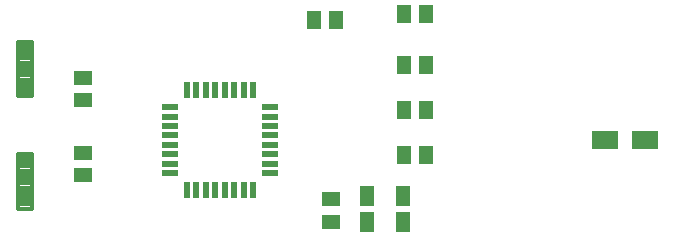
<source format=gbr>
G04 EAGLE Gerber RS-274X export*
G75*
%MOMM*%
%FSLAX34Y34*%
%LPD*%
%INSolderpaste Bottom*%
%IPPOS*%
%AMOC8*
5,1,8,0,0,1.08239X$1,22.5*%
G01*
%ADD10R,1.500000X1.300000*%
%ADD11R,1.295400X1.738275*%
%ADD12R,1.300000X1.500000*%
%ADD13R,1.473200X0.508000*%
%ADD14R,0.508000X1.473200*%
%ADD15C,0.377500*%
%ADD16R,2.184400X1.574800*%


D10*
X316230Y249580D03*
X316230Y268580D03*
X316230Y332080D03*
X316230Y313080D03*
D11*
X586740Y210113D03*
X586740Y231847D03*
X556260Y210113D03*
X556260Y231847D03*
D10*
X525780Y229210D03*
X525780Y210210D03*
D12*
X587400Y304800D03*
X606400Y304800D03*
X587400Y386080D03*
X606400Y386080D03*
X606400Y266700D03*
X587400Y266700D03*
X530200Y381000D03*
X511200Y381000D03*
X606400Y342900D03*
X587400Y342900D03*
D13*
X389382Y251400D03*
X389382Y259400D03*
X389382Y267400D03*
X389382Y275400D03*
X389382Y283400D03*
X389382Y291400D03*
X389382Y299400D03*
X389382Y307400D03*
D14*
X403800Y321818D03*
X411800Y321818D03*
X419800Y321818D03*
X427800Y321818D03*
X435800Y321818D03*
X443800Y321818D03*
X451800Y321818D03*
X459800Y321818D03*
D13*
X474218Y307400D03*
X474218Y299400D03*
X474218Y291400D03*
X474218Y283400D03*
X474218Y275400D03*
X474218Y267400D03*
X474218Y259400D03*
X474218Y251400D03*
D14*
X459800Y236982D03*
X451800Y236982D03*
X443800Y236982D03*
X435800Y236982D03*
X427800Y236982D03*
X419800Y236982D03*
X411800Y236982D03*
X403800Y236982D03*
D15*
X261037Y316437D02*
X261037Y362763D01*
X272363Y362763D01*
X272363Y316437D01*
X261037Y316437D01*
X261037Y320023D02*
X272363Y320023D01*
X272363Y323609D02*
X261037Y323609D01*
X261037Y327195D02*
X272363Y327195D01*
X272363Y330781D02*
X261037Y330781D01*
X261037Y334367D02*
X272363Y334367D01*
X272363Y337953D02*
X261037Y337953D01*
X261037Y341539D02*
X272363Y341539D01*
X272363Y345125D02*
X261037Y345125D01*
X261037Y348711D02*
X272363Y348711D01*
X272363Y352297D02*
X261037Y352297D01*
X261037Y355883D02*
X272363Y355883D01*
X272363Y359469D02*
X261037Y359469D01*
X261037Y267763D02*
X261037Y221437D01*
X261037Y267763D02*
X272363Y267763D01*
X272363Y221437D01*
X261037Y221437D01*
X261037Y225023D02*
X272363Y225023D01*
X272363Y228609D02*
X261037Y228609D01*
X261037Y232195D02*
X272363Y232195D01*
X272363Y235781D02*
X261037Y235781D01*
X261037Y239367D02*
X272363Y239367D01*
X272363Y242953D02*
X261037Y242953D01*
X261037Y246539D02*
X272363Y246539D01*
X272363Y250125D02*
X261037Y250125D01*
X261037Y253711D02*
X272363Y253711D01*
X272363Y257297D02*
X261037Y257297D01*
X261037Y260883D02*
X272363Y260883D01*
X272363Y264469D02*
X261037Y264469D01*
D16*
X757682Y279400D03*
X791718Y279400D03*
M02*

</source>
